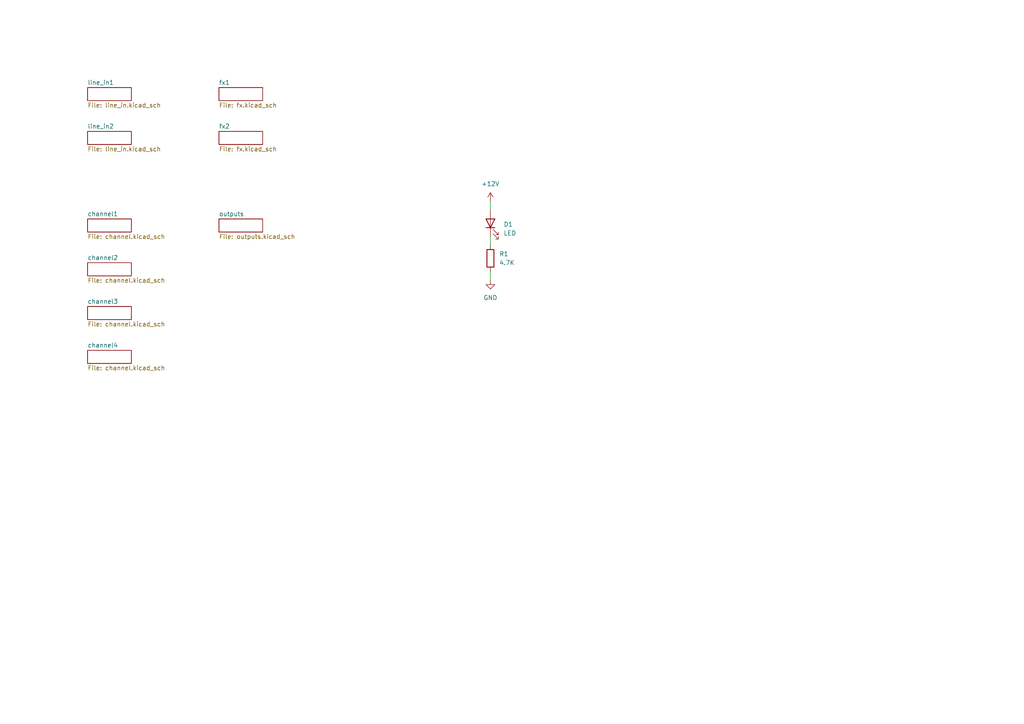
<source format=kicad_sch>
(kicad_sch (version 20230121) (generator eeschema)
  (paper "A4")
  (lib_symbols
    (symbol "Device:LED" (pin_numbers hide) (pin_names (offset 1.016) hide)
      (property "Reference" "D" (at 0 2.54 0))
      (property "Value" "LED" (at 0 -2.54 0))
      (symbol "LED_0_1"
        (polyline (pts (xy -1.27 -1.27) (xy -1.27 1.27)) (stroke (width 0.254)))
        (polyline (pts (xy -1.27 0) (xy 1.27 0)))
        (polyline (pts (xy 1.27 -1.27) (xy 1.27 1.27) (xy -1.27 0) (xy 1.27 -1.27)) (stroke (width 0.254)))
        (polyline (pts (xy -3.048 -0.762) (xy -4.572 -2.286) (xy -3.81 -2.286) (xy -4.572 -2.286) (xy -4.572 -1.524)))
        (polyline (pts (xy -1.778 -0.762) (xy -3.302 -2.286) (xy -2.54 -2.286) (xy -3.302 -2.286) (xy -3.302 -1.524)))
      )
      (symbol "LED_1_1"
        (pin passive line (at -3.81 0 0) (length 2.54) (name "K") (number "1"))
        (pin passive line (at 3.81 0 180) (length 2.54) (name "A") (number "2"))
      )
    )
    (symbol "Device:R" (pin_numbers hide) (pin_names (offset 0))
      (property "Reference" "R" (at 2.032 0 90))
      (property "Value" "R" (at 0 0 90))
      (symbol "R_0_1"
        (rectangle (start -1.016 -2.54) (end 1.016 2.54) (stroke (width 0.254)))
      )
      (symbol "R_1_1"
        (pin passive line (at 0 3.81 270) (length 1.27) (name "~") (number "1"))
        (pin passive line (at 0 -3.81 90) (length 1.27) (name "~") (number "2"))
      )
    )
    (symbol "power:+12V" (power) (pin_names (offset 0))
      (property "Value" "+12V" (at 0 3.556 0))
      (symbol "+12V_0_1"
        (polyline (pts (xy -0.762 1.27) (xy 0 2.54)))
        (polyline (pts (xy 0 0) (xy 0 2.54)))
        (polyline (pts (xy 0 2.54) (xy 0.762 1.27)))
      )
      (symbol "+12V_1_1"
        (pin power_in line (at 0 0 90) (length 0) hide (name "+12V") (number "1"))
      )
    )
    (symbol "power:GND" (power) (pin_names (offset 0))
      (property "Value" "GND" (at 0 -3.81 0))
      (symbol "GND_0_1"
        (polyline (pts (xy 0 0) (xy 0 -1.27) (xy 1.27 -1.27) (xy 0 -2.54) (xy -1.27 -1.27) (xy 0 -1.27)))
      )
      (symbol "GND_1_1"
        (pin power_in line (at 0 0 270) (length 0) hide (name "GND") (number "1"))
      )
    )
  )
  (wire (pts (xy 142.24 68.58) (xy 142.24 71.12)))
  (wire (pts (xy 142.24 78.74) (xy 142.24 81.28)))
  (wire (pts (xy 142.24 58.42) (xy 142.24 60.96)))
  (symbol (lib_id "power:+12V") (at 142.24 58.42 0) (unit 1)
    (property "Reference" "#PWR01" (effects hide))
    (property "Value" "+12V" (at 142.24 53.34 0))
  )
  (symbol (lib_id "power:GND") (at 142.24 81.28 0) (unit 1)
    (property "Reference" "#PWR02" (effects hide))
    (property "Value" "GND" (at 142.24 86.36 0))
  )
  (symbol (lib_id "Device:R") (at 142.24 74.93 0) (unit 1)
    (property "Reference" "R1" (at 144.78 73.66 0) (effects (justify left)))
    (property "Value" "4.7K" (at 144.78 76.2 0) (effects (justify left)))
    (property "Footprint" "Library:R_Axial_DIN0207_L6.3mm_D2.5mm_P7.62mm_Horizontal" (effects hide))
  )
  (symbol (lib_id "Device:LED") (at 142.24 64.77 90) (unit 1)
    (property "Reference" "D1" (at 146.05 65.0875 90) (effects (justify right)))
    (property "Value" "LED" (at 146.05 67.6275 90) (effects (justify right)))
    (property "Footprint" "LED_THT:LED_D3.0mm" (effects hide))
  )
  (sheet (at 63.5 38.1) (size 12.7 3.81) (stroke (width 0.1524))
    (property "Sheetname" "fx2" (at 63.5 37.3884 0) (effects (justify left bottom)))
    (property "Sheetfile" "fx.kicad_sch" (at 63.5 42.4946 0) (effects (justify left top)))
  )
  (sheet (at 25.4 88.9) (size 12.7 3.81) (stroke (width 0.1524))
    (property "Sheetname" "channel3" (at 25.4 88.1884 0) (effects (justify left bottom)))
    (property "Sheetfile" "channel.kicad_sch" (at 25.4 93.2946 0) (effects (justify left top)))
  )
  (sheet (at 25.4 101.6) (size 12.7 3.81) (stroke (width 0.1524))
    (property "Sheetname" "channel4" (at 25.4 100.8884 0) (effects (justify left bottom)))
    (property "Sheetfile" "channel.kicad_sch" (at 25.4 105.9946 0) (effects (justify left top)))
  )
  (sheet (at 25.4 38.1) (size 12.7 3.81) (stroke (width 0.1524))
    (property "Sheetname" "line_in2" (at 25.4 37.3884 0) (effects (justify left bottom)))
    (property "Sheetfile" "line_in.kicad_sch" (at 25.4 42.4946 0) (effects (justify left top)))
  )
  (sheet (at 25.4 25.4) (size 12.7 3.81) (stroke (width 0.1524))
    (property "Sheetname" "line_in1" (at 25.4 24.6884 0) (effects (justify left bottom)))
    (property "Sheetfile" "line_in.kicad_sch" (at 25.4 29.7946 0) (effects (justify left top)))
  )
  (sheet (at 63.5 63.5) (size 12.7 3.81) (stroke (width 0.1524))
    (property "Sheetname" "outputs" (at 63.5 62.7884 0) (effects (justify left bottom)))
    (property "Sheetfile" "outputs.kicad_sch" (at 63.5 67.8946 0) (effects (justify left top)))
  )
  (sheet (at 25.4 76.2) (size 12.7 3.81) (stroke (width 0.1524))
    (property "Sheetname" "channel2" (at 25.4 75.4884 0) (effects (justify left bottom)))
    (property "Sheetfile" "channel.kicad_sch" (at 25.4 80.5946 0) (effects (justify left top)))
  )
  (sheet (at 25.4 63.5) (size 12.7 3.81) (stroke (width 0.1524))
    (property "Sheetname" "channel1" (at 25.4 62.7884 0) (effects (justify left bottom)))
    (property "Sheetfile" "channel.kicad_sch" (at 25.4 67.8946 0) (effects (justify left top)))
  )
  (sheet (at 63.5 25.4) (size 12.7 3.81) (stroke (width 0.1524))
    (property "Sheetname" "fx1" (at 63.5 24.6884 0) (effects (justify left bottom)))
    (property "Sheetfile" "fx.kicad_sch" (at 63.5 29.7946 0) (effects (justify left top)))
  )
)
</source>
